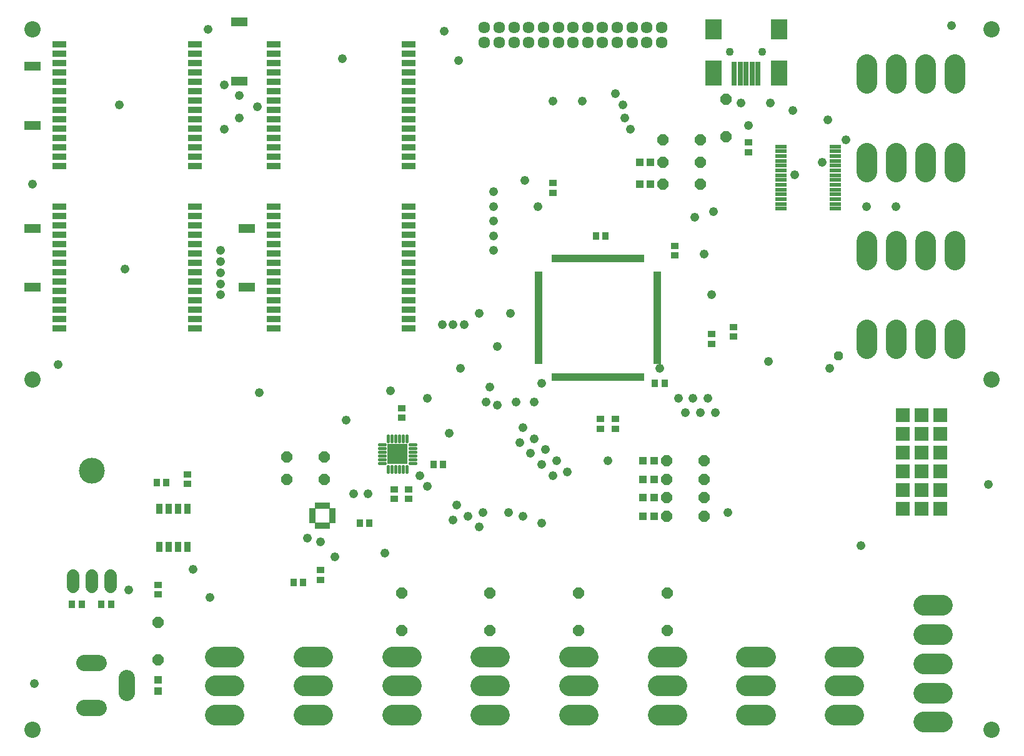
<source format=gts>
G75*
G70*
%OFA0B0*%
%FSLAX24Y24*%
%IPPOS*%
%LPD*%
%AMOC8*
5,1,8,0,0,1.08239X$1,22.5*
%
%ADD10C,0.0867*%
%ADD11C,0.0680*%
%ADD12C,0.1380*%
%ADD13R,0.0356X0.0434*%
%ADD14R,0.0434X0.0198*%
%ADD15R,0.0198X0.0434*%
%ADD16R,0.0434X0.0356*%
%ADD17R,0.0380X0.0530*%
%ADD18R,0.0630X0.0217*%
%ADD19R,0.0867X0.1064*%
%ADD20R,0.0867X0.1379*%
%ADD21R,0.0277X0.1300*%
%ADD22C,0.0434*%
%ADD23OC8,0.0600*%
%ADD24C,0.0867*%
%ADD25R,0.0730X0.0380*%
%ADD26C,0.1084*%
%ADD27R,0.0395X0.0395*%
%ADD28C,0.0180*%
%ADD29R,0.1110X0.1110*%
%ADD30R,0.0190X0.0336*%
%ADD31R,0.0336X0.0190*%
%ADD32C,0.0634*%
%ADD33R,0.0730X0.0730*%
%ADD34R,0.0867X0.0474*%
%ADD35C,0.0476*%
%ADD36OC8,0.0476*%
D10*
X001331Y001938D03*
X001331Y020639D03*
X001331Y039339D03*
X052512Y039339D03*
X052512Y020639D03*
X052512Y001938D03*
D11*
X005481Y009587D02*
X005481Y010187D01*
X004481Y010187D02*
X004481Y009587D01*
X003481Y009587D02*
X003481Y010187D01*
D12*
X004481Y015787D03*
D13*
X007965Y015127D03*
X008477Y015127D03*
X015248Y009812D03*
X015760Y009812D03*
X018792Y012961D03*
X019304Y012961D03*
X022729Y016111D03*
X023241Y016111D03*
X034540Y020442D03*
X035052Y020442D03*
X031902Y028316D03*
X031390Y028316D03*
X005524Y008631D03*
X005012Y008631D03*
X003949Y008631D03*
X003437Y008631D03*
D14*
X028330Y021582D03*
X028330Y021779D03*
X028330Y021976D03*
X028330Y022172D03*
X028330Y022369D03*
X028330Y022566D03*
X028330Y022763D03*
X028330Y022960D03*
X028330Y023157D03*
X028330Y023354D03*
X028330Y023550D03*
X028330Y023747D03*
X028330Y023944D03*
X028330Y024141D03*
X028330Y024338D03*
X028330Y024535D03*
X028330Y024731D03*
X028330Y024928D03*
X028330Y025125D03*
X028330Y025322D03*
X028330Y025519D03*
X028330Y025716D03*
X028330Y025913D03*
X028330Y026109D03*
X028330Y026306D03*
X034668Y026306D03*
X034668Y026109D03*
X034668Y025913D03*
X034668Y025716D03*
X034668Y025519D03*
X034668Y025322D03*
X034668Y025125D03*
X034668Y024928D03*
X034668Y024731D03*
X034668Y024535D03*
X034668Y024338D03*
X034668Y024141D03*
X034668Y023944D03*
X034668Y023747D03*
X034668Y023550D03*
X034668Y023354D03*
X034668Y023157D03*
X034668Y022960D03*
X034668Y022763D03*
X034668Y022566D03*
X034668Y022369D03*
X034668Y022172D03*
X034668Y021976D03*
X034668Y021779D03*
X034668Y021582D03*
D15*
X033861Y020775D03*
X033664Y020775D03*
X033467Y020775D03*
X033270Y020775D03*
X033074Y020775D03*
X032877Y020775D03*
X032680Y020775D03*
X032483Y020775D03*
X032286Y020775D03*
X032089Y020775D03*
X031893Y020775D03*
X031696Y020775D03*
X031499Y020775D03*
X031302Y020775D03*
X031105Y020775D03*
X030908Y020775D03*
X030711Y020775D03*
X030515Y020775D03*
X030318Y020775D03*
X030121Y020775D03*
X029924Y020775D03*
X029727Y020775D03*
X029530Y020775D03*
X029333Y020775D03*
X029137Y020775D03*
X029137Y027113D03*
X029333Y027113D03*
X029530Y027113D03*
X029727Y027113D03*
X029924Y027113D03*
X030121Y027113D03*
X030318Y027113D03*
X030515Y027113D03*
X030711Y027113D03*
X030908Y027113D03*
X031105Y027113D03*
X031302Y027113D03*
X031499Y027113D03*
X031696Y027113D03*
X031893Y027113D03*
X032089Y027113D03*
X032286Y027113D03*
X032483Y027113D03*
X032680Y027113D03*
X032877Y027113D03*
X033074Y027113D03*
X033270Y027113D03*
X033467Y027113D03*
X033664Y027113D03*
X033861Y027113D03*
D16*
X035583Y027272D03*
X035583Y027784D03*
X038733Y023454D03*
X038733Y022942D03*
X037552Y023060D03*
X037552Y022548D03*
X032433Y018532D03*
X032433Y018020D03*
X031646Y018020D03*
X031646Y018532D03*
X021410Y014792D03*
X021410Y014280D03*
X020622Y014280D03*
X020622Y014792D03*
X021016Y018611D03*
X021016Y019123D03*
X009599Y015580D03*
X009599Y015068D03*
X016685Y010461D03*
X016685Y009950D03*
X008024Y009674D03*
X008024Y009162D03*
X029087Y030619D03*
X029087Y031131D03*
X039520Y032784D03*
X039520Y033296D03*
D17*
X009599Y013749D03*
X009099Y013749D03*
X008599Y013749D03*
X008099Y013749D03*
X008099Y011699D03*
X008599Y011699D03*
X009099Y011699D03*
X009599Y011699D03*
D18*
X041270Y029763D03*
X041270Y030019D03*
X041270Y030274D03*
X041270Y030530D03*
X041270Y030786D03*
X041270Y031042D03*
X041270Y031298D03*
X041270Y031554D03*
X041270Y031810D03*
X041270Y032066D03*
X041270Y032322D03*
X041270Y032578D03*
X041270Y032833D03*
X041270Y033089D03*
X044148Y033089D03*
X044148Y032833D03*
X044148Y032578D03*
X044148Y032322D03*
X044148Y032066D03*
X044148Y031810D03*
X044148Y031554D03*
X044148Y031298D03*
X044148Y031042D03*
X044148Y030786D03*
X044148Y030530D03*
X044148Y030274D03*
X044148Y030019D03*
X044148Y029763D03*
D19*
X041154Y039331D03*
X037650Y039331D03*
D20*
X037650Y037009D03*
X041154Y037009D03*
D21*
X040032Y036969D03*
X039717Y036969D03*
X039402Y036969D03*
X039087Y036969D03*
X038772Y036969D03*
D22*
X038536Y038150D03*
X040268Y038150D03*
D23*
X038339Y035615D03*
X038339Y033615D03*
X036977Y033434D03*
X036977Y032253D03*
X036977Y031072D03*
X034977Y031072D03*
X034977Y032253D03*
X034977Y033434D03*
X035174Y016308D03*
X035174Y015324D03*
X035174Y014339D03*
X035174Y013355D03*
X037174Y013355D03*
X037174Y014339D03*
X037174Y015324D03*
X037174Y016308D03*
X035189Y009237D03*
X035189Y007237D03*
X030465Y007237D03*
X030465Y009237D03*
X025741Y009237D03*
X025741Y007237D03*
X021016Y007237D03*
X021016Y009237D03*
X016898Y015324D03*
X016898Y016505D03*
X014898Y016505D03*
X014898Y015324D03*
X008024Y007662D03*
X008024Y005662D03*
D24*
X006370Y004694D02*
X006370Y003906D01*
X004874Y003119D02*
X004087Y003119D01*
X004087Y005520D02*
X004874Y005520D01*
D25*
X002763Y023391D03*
X002763Y023891D03*
X002763Y024391D03*
X002763Y024891D03*
X002763Y025391D03*
X002763Y025891D03*
X002763Y026391D03*
X002763Y026891D03*
X002763Y027391D03*
X002763Y027891D03*
X002763Y028391D03*
X002763Y028891D03*
X002763Y029391D03*
X002763Y029891D03*
X002763Y032052D03*
X002763Y032552D03*
X002763Y033052D03*
X002763Y033552D03*
X002763Y034052D03*
X002763Y034552D03*
X002763Y035052D03*
X002763Y035552D03*
X002763Y036052D03*
X002763Y036552D03*
X002763Y037052D03*
X002763Y037552D03*
X002763Y038052D03*
X002763Y038552D03*
X009993Y038552D03*
X009993Y038052D03*
X009993Y037552D03*
X009993Y037052D03*
X009993Y036552D03*
X009993Y036052D03*
X009993Y035552D03*
X009993Y035052D03*
X009993Y034552D03*
X009993Y034052D03*
X009993Y033552D03*
X009993Y033052D03*
X009993Y032552D03*
X009993Y032052D03*
X009993Y029891D03*
X009993Y029391D03*
X009993Y028891D03*
X009993Y028391D03*
X009993Y027891D03*
X009993Y027391D03*
X009993Y026891D03*
X009993Y026391D03*
X009993Y025891D03*
X009993Y025391D03*
X009993Y024891D03*
X009993Y024391D03*
X009993Y023891D03*
X009993Y023391D03*
X014180Y023391D03*
X014180Y023891D03*
X014180Y024391D03*
X014180Y024891D03*
X014180Y025391D03*
X014180Y025891D03*
X014180Y026391D03*
X014180Y026891D03*
X014180Y027391D03*
X014180Y027891D03*
X014180Y028391D03*
X014180Y028891D03*
X014180Y029391D03*
X014180Y029891D03*
X014180Y032052D03*
X014180Y032552D03*
X014180Y033052D03*
X014180Y033552D03*
X014180Y034052D03*
X014180Y034552D03*
X014180Y035052D03*
X014180Y035552D03*
X014180Y036052D03*
X014180Y036552D03*
X014180Y037052D03*
X014180Y037552D03*
X014180Y038052D03*
X014180Y038552D03*
X021410Y038552D03*
X021410Y038052D03*
X021410Y037552D03*
X021410Y037052D03*
X021410Y036552D03*
X021410Y036052D03*
X021410Y035552D03*
X021410Y035052D03*
X021410Y034552D03*
X021410Y034052D03*
X021410Y033552D03*
X021410Y033052D03*
X021410Y032552D03*
X021410Y032052D03*
X021410Y029891D03*
X021410Y029391D03*
X021410Y028891D03*
X021410Y028391D03*
X021410Y027891D03*
X021410Y027391D03*
X021410Y026891D03*
X021410Y026391D03*
X021410Y025891D03*
X021410Y025391D03*
X021410Y024891D03*
X021410Y024391D03*
X021410Y023891D03*
X021410Y023391D03*
D26*
X021518Y005859D02*
X020514Y005859D01*
X020514Y004300D02*
X021518Y004300D01*
X021518Y002741D02*
X020514Y002741D01*
X016794Y002741D02*
X015790Y002741D01*
X015790Y004300D02*
X016794Y004300D01*
X016794Y005859D02*
X015790Y005859D01*
X012069Y005859D02*
X011065Y005859D01*
X011065Y004300D02*
X012069Y004300D01*
X012069Y002741D02*
X011065Y002741D01*
X025239Y002741D02*
X026243Y002741D01*
X026243Y004300D02*
X025239Y004300D01*
X025239Y005859D02*
X026243Y005859D01*
X029963Y005859D02*
X030967Y005859D01*
X030967Y004300D02*
X029963Y004300D01*
X029963Y002741D02*
X030967Y002741D01*
X034687Y002741D02*
X035691Y002741D01*
X035691Y004300D02*
X034687Y004300D01*
X034687Y005859D02*
X035691Y005859D01*
X039412Y005859D02*
X040416Y005859D01*
X040416Y004300D02*
X039412Y004300D01*
X039412Y002741D02*
X040416Y002741D01*
X044136Y002741D02*
X045140Y002741D01*
X045140Y004300D02*
X044136Y004300D01*
X044136Y005859D02*
X045140Y005859D01*
X048861Y005481D02*
X049865Y005481D01*
X049865Y003922D02*
X048861Y003922D01*
X048861Y002363D02*
X049865Y002363D01*
X049865Y007040D02*
X048861Y007040D01*
X048861Y008599D02*
X049865Y008599D01*
X050520Y022302D02*
X050520Y023306D01*
X048961Y023306D02*
X048961Y022302D01*
X047402Y022302D02*
X047402Y023306D01*
X045843Y023306D02*
X045843Y022302D01*
X045843Y027026D02*
X045843Y028030D01*
X047402Y028030D02*
X047402Y027026D01*
X048961Y027026D02*
X048961Y028030D01*
X050520Y028030D02*
X050520Y027026D01*
X050520Y031751D02*
X050520Y032755D01*
X048961Y032755D02*
X048961Y031751D01*
X047402Y031751D02*
X047402Y032755D01*
X045843Y032755D02*
X045843Y031751D01*
X045843Y036475D02*
X045843Y037479D01*
X047402Y037479D02*
X047402Y036475D01*
X048961Y036475D02*
X048961Y037479D01*
X050520Y037479D02*
X050520Y036475D01*
D27*
X034304Y032253D03*
X033713Y032253D03*
X033713Y031072D03*
X034304Y031072D03*
X034500Y016308D03*
X033910Y016308D03*
X033910Y015324D03*
X034500Y015324D03*
X034500Y014339D03*
X033910Y014339D03*
X033910Y013355D03*
X034500Y013355D03*
X008024Y004595D03*
X008024Y004005D03*
D28*
X020285Y015697D02*
X020285Y015997D01*
X020484Y015997D02*
X020484Y015697D01*
X020682Y015697D02*
X020682Y015997D01*
X020893Y015997D02*
X020893Y015697D01*
X021091Y015697D02*
X021091Y015997D01*
X021290Y015997D02*
X021290Y015697D01*
X021455Y016171D02*
X021755Y016171D01*
X021755Y016370D02*
X021455Y016370D01*
X021455Y016569D02*
X021755Y016569D01*
X021755Y016779D02*
X021455Y016779D01*
X021455Y016977D02*
X021755Y016977D01*
X021755Y017177D02*
X021455Y017177D01*
X021290Y017351D02*
X021290Y017651D01*
X021091Y017651D02*
X021091Y017351D01*
X020893Y017351D02*
X020893Y017651D01*
X020682Y017651D02*
X020682Y017351D01*
X020484Y017351D02*
X020484Y017651D01*
X020285Y017651D02*
X020285Y017351D01*
X020120Y017177D02*
X019820Y017177D01*
X019820Y016977D02*
X020120Y016977D01*
X020120Y016779D02*
X019820Y016779D01*
X019820Y016569D02*
X020120Y016569D01*
X020120Y016370D02*
X019820Y016370D01*
X019820Y016171D02*
X020120Y016171D01*
D29*
X020792Y016678D03*
D30*
X017095Y013914D03*
X016898Y013914D03*
X016701Y013914D03*
X016504Y013914D03*
X016504Y012835D03*
X016701Y012835D03*
X016898Y012835D03*
X017095Y012835D03*
D31*
X017339Y013080D03*
X017339Y013276D03*
X017339Y013473D03*
X017339Y013670D03*
X016260Y013670D03*
X016260Y013473D03*
X016260Y013276D03*
X016260Y013080D03*
D32*
X025445Y038650D03*
X026233Y038650D03*
X026233Y039438D03*
X025445Y039438D03*
X027020Y039438D03*
X027807Y039438D03*
X027807Y038650D03*
X027020Y038650D03*
X028595Y038650D03*
X029382Y038650D03*
X030170Y038650D03*
X030170Y039438D03*
X029382Y039438D03*
X028595Y039438D03*
X030957Y039438D03*
X031744Y039438D03*
X031744Y038650D03*
X030957Y038650D03*
X032532Y038650D03*
X033319Y038650D03*
X033319Y039438D03*
X032532Y039438D03*
X034107Y039438D03*
X034894Y039438D03*
X034894Y038650D03*
X034107Y038650D03*
D33*
X047756Y018749D03*
X048756Y018749D03*
X049756Y018749D03*
X049756Y017749D03*
X048756Y017749D03*
X047756Y017749D03*
X047756Y016749D03*
X048756Y016749D03*
X049756Y016749D03*
X049756Y015749D03*
X048756Y015749D03*
X047756Y015749D03*
X047756Y014749D03*
X048756Y014749D03*
X049756Y014749D03*
X049756Y013749D03*
X048756Y013749D03*
X047756Y013749D03*
D34*
X012748Y025560D03*
X012748Y028709D03*
X012355Y036583D03*
X012355Y039733D03*
X001331Y037371D03*
X001331Y034221D03*
X001331Y028709D03*
X001331Y025560D03*
D35*
X006252Y026544D03*
X011370Y026347D03*
X011370Y025757D03*
X011370Y025166D03*
X011370Y026938D03*
X011370Y027528D03*
X011567Y034024D03*
X012355Y034615D03*
X013339Y035206D03*
X012355Y035796D03*
X011567Y036387D03*
X010681Y039339D03*
X005957Y035304D03*
X001331Y031072D03*
X002709Y021426D03*
X013437Y019950D03*
X018063Y018473D03*
X020426Y020048D03*
X022394Y019654D03*
X024166Y021229D03*
X025741Y020245D03*
X025544Y019457D03*
X026134Y019261D03*
X027119Y019457D03*
X028103Y019457D03*
X028496Y020442D03*
X026134Y022410D03*
X024363Y023591D03*
X023772Y023591D03*
X023181Y023591D03*
X025150Y024182D03*
X026823Y024182D03*
X025937Y027528D03*
X025937Y028316D03*
X025937Y029103D03*
X025937Y029891D03*
X025937Y030678D03*
X027611Y031269D03*
X028300Y029891D03*
X033221Y034024D03*
X032926Y034615D03*
X032827Y035304D03*
X032433Y035894D03*
X030662Y035501D03*
X029087Y035501D03*
X024067Y037666D03*
X023280Y039241D03*
X017867Y037765D03*
X036666Y029300D03*
X037650Y029595D03*
X037158Y027331D03*
X037552Y025166D03*
X040603Y021623D03*
X043851Y021229D03*
X037748Y018867D03*
X036961Y018867D03*
X036174Y018867D03*
X036567Y019654D03*
X035780Y019654D03*
X037355Y019654D03*
X034796Y021229D03*
X028693Y016898D03*
X029284Y016308D03*
X029087Y015520D03*
X028496Y016111D03*
X027906Y016702D03*
X027315Y017292D03*
X027512Y018080D03*
X028103Y017489D03*
X029874Y015717D03*
X032040Y016308D03*
X027512Y013355D03*
X028496Y012961D03*
X026725Y013552D03*
X025347Y013552D03*
X024559Y013355D03*
X023772Y013158D03*
X023969Y013946D03*
X025150Y012765D03*
X022394Y014930D03*
X022000Y015520D03*
X023575Y017784D03*
X019244Y014536D03*
X018457Y014536D03*
X016685Y011977D03*
X015996Y012174D03*
X017473Y011190D03*
X020130Y011387D03*
X010780Y009024D03*
X009894Y010501D03*
X006449Y009418D03*
X001430Y004398D03*
X038437Y013552D03*
X045524Y011780D03*
X052315Y015028D03*
X047394Y029891D03*
X045819Y029891D03*
X043457Y032253D03*
X041981Y031564D03*
X044737Y033434D03*
X043752Y034517D03*
X041882Y035009D03*
X040701Y035402D03*
X039126Y035402D03*
X039520Y034221D03*
X050347Y039536D03*
D36*
X044343Y021918D03*
M02*

</source>
